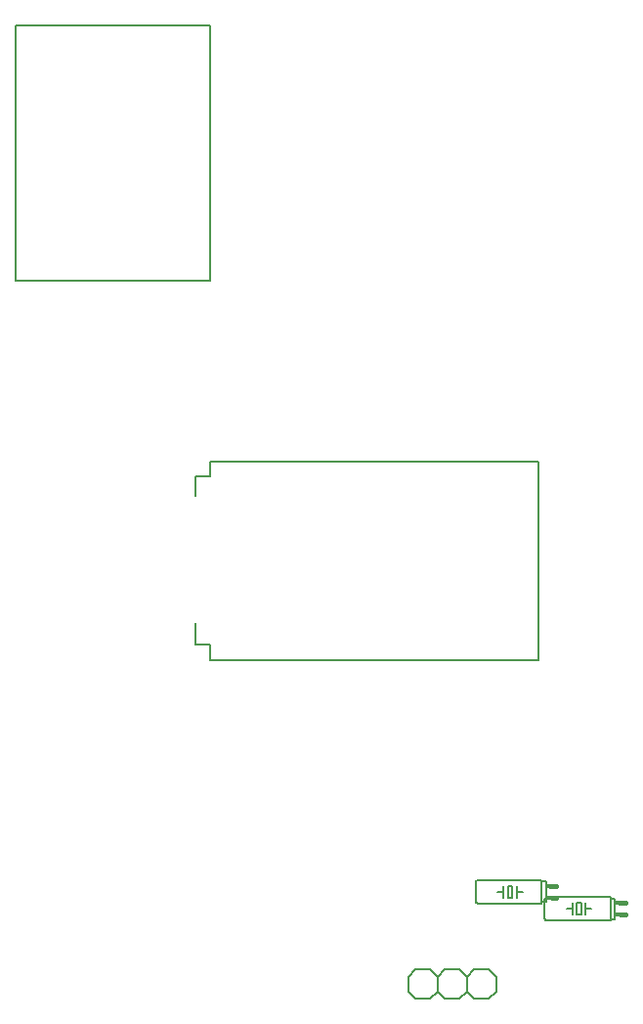
<source format=gbo>
G75*
G70*
%OFA0B0*%
%FSLAX24Y24*%
%IPPOS*%
%LPD*%
%AMOC8*
5,1,8,0,0,1.08239X$1,22.5*
%
%ADD10C,0.0080*%
%ADD11C,0.0050*%
%ADD12C,0.0060*%
%ADD13C,0.0160*%
%ADD14R,0.0230X0.0160*%
D10*
X013598Y022589D02*
X024791Y022589D01*
X024791Y029378D01*
X013598Y029378D01*
X013598Y028878D01*
X013098Y028878D01*
X013098Y028197D01*
X013098Y023866D02*
X013098Y023128D01*
X013598Y023128D01*
X013598Y022628D01*
D11*
X013591Y035539D02*
X006976Y035539D01*
X006976Y044240D01*
X013591Y044240D01*
X013591Y035539D01*
D12*
X022747Y015113D02*
X024897Y015113D01*
X024897Y015063D01*
X024897Y014363D01*
X024897Y014313D01*
X022747Y014313D01*
X022730Y014315D01*
X022713Y014319D01*
X022697Y014326D01*
X022683Y014336D01*
X022670Y014349D01*
X022660Y014363D01*
X022653Y014379D01*
X022649Y014396D01*
X022647Y014413D01*
X022647Y015013D01*
X022649Y015030D01*
X022653Y015047D01*
X022660Y015063D01*
X022670Y015077D01*
X022683Y015090D01*
X022697Y015100D01*
X022713Y015107D01*
X022730Y015111D01*
X022747Y015113D01*
X023397Y014713D02*
X023597Y014713D01*
X023597Y014513D01*
X023747Y014513D02*
X023747Y014913D01*
X023897Y014913D01*
X023897Y014513D01*
X023747Y014513D01*
X023597Y014713D02*
X023597Y014913D01*
X024047Y014913D02*
X024047Y014713D01*
X024047Y014513D01*
X024047Y014713D02*
X024247Y014713D01*
X024897Y015063D02*
X025047Y015063D01*
X025047Y014363D01*
X024897Y014363D01*
X025009Y014422D02*
X025009Y013822D01*
X025011Y013805D01*
X025015Y013788D01*
X025022Y013772D01*
X025032Y013758D01*
X025045Y013745D01*
X025059Y013735D01*
X025075Y013728D01*
X025092Y013724D01*
X025109Y013722D01*
X027259Y013722D01*
X027259Y013772D01*
X027259Y014472D01*
X027259Y014522D01*
X025109Y014522D01*
X025092Y014520D01*
X025075Y014516D01*
X025059Y014509D01*
X025045Y014499D01*
X025032Y014486D01*
X025022Y014472D01*
X025015Y014456D01*
X025011Y014439D01*
X025009Y014422D01*
X025759Y014122D02*
X025959Y014122D01*
X025959Y013922D01*
X026109Y013922D02*
X026109Y014322D01*
X026259Y014322D01*
X026259Y013922D01*
X026109Y013922D01*
X025959Y014122D02*
X025959Y014322D01*
X026409Y014322D02*
X026409Y014122D01*
X026409Y013922D01*
X026409Y014122D02*
X026609Y014122D01*
X027259Y013772D02*
X027409Y013772D01*
X027409Y014472D01*
X027259Y014472D01*
X023358Y011813D02*
X023358Y011313D01*
X023108Y011063D01*
X022608Y011063D01*
X022358Y011313D01*
X022108Y011063D01*
X021608Y011063D01*
X021358Y011313D01*
X021108Y011063D01*
X020608Y011063D01*
X020358Y011313D01*
X020358Y011813D01*
X020608Y012063D01*
X021108Y012063D01*
X021358Y011813D01*
X021358Y011313D01*
X021358Y011813D02*
X021608Y012063D01*
X022108Y012063D01*
X022358Y011813D01*
X022358Y011313D01*
X022358Y011813D02*
X022608Y012063D01*
X023108Y012063D01*
X023358Y011813D01*
D13*
X025247Y014513D02*
X025397Y014513D01*
X025397Y014913D02*
X025197Y014913D01*
X027559Y014322D02*
X027759Y014322D01*
X027759Y013922D02*
X027609Y013922D01*
D14*
X027544Y013922D03*
X027544Y014322D03*
X025182Y014513D03*
X025182Y014913D03*
M02*

</source>
